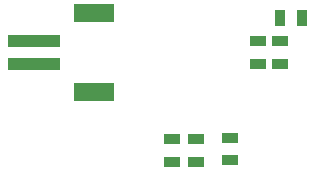
<source format=gbp>
G04 #@! TF.FileFunction,Paste,Bot*
%FSLAX46Y46*%
G04 Gerber Fmt 4.6, Leading zero omitted, Abs format (unit mm)*
G04 Created by KiCad (PCBNEW (2015-01-02 BZR 5348)-product) date 1/14/2015 2:26:51 AM*
%MOMM*%
G01*
G04 APERTURE LIST*
%ADD10C,0.150000*%
%ADD11R,1.397000X0.889000*%
%ADD12R,0.889000X1.397000*%
%ADD13R,4.500000X1.000000*%
%ADD14R,3.400000X1.500000*%
G04 APERTURE END LIST*
D10*
D11*
X100650000Y-101252500D03*
X100650000Y-99347500D03*
X108000000Y-92952500D03*
X108000000Y-91047500D03*
D12*
X109797500Y-89100000D03*
X111702500Y-89100000D03*
D11*
X102700000Y-101252500D03*
X102700000Y-99347500D03*
X105550000Y-101152500D03*
X105550000Y-99247500D03*
D13*
X89000000Y-93000000D03*
X89000000Y-91000000D03*
D14*
X94100000Y-95350000D03*
X94100000Y-88650000D03*
D11*
X109838000Y-91038500D03*
X109838000Y-92943500D03*
M02*

</source>
